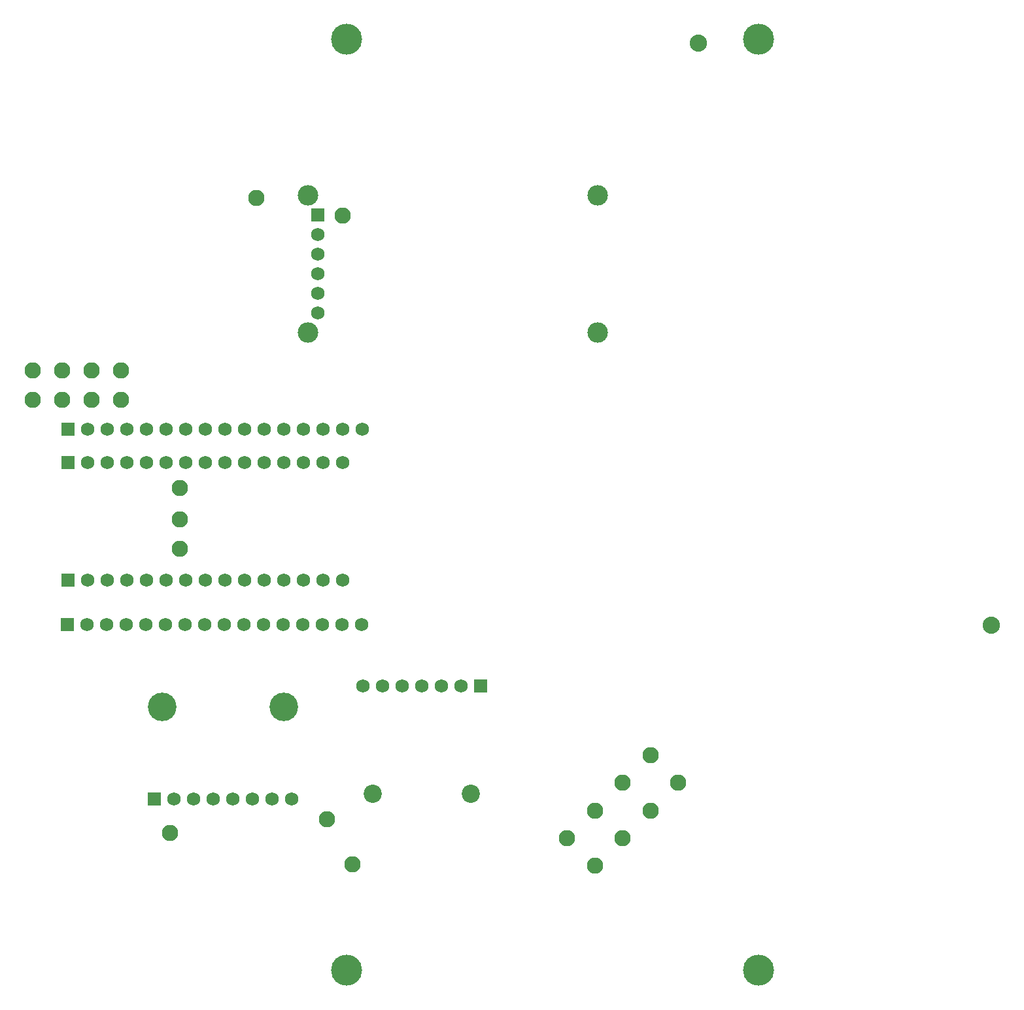
<source format=gbs>
G04*
G04 #@! TF.GenerationSoftware,Altium Limited,Altium Designer,20.1.14 (287)*
G04*
G04 Layer_Color=16711935*
%FSLAX24Y24*%
%MOIN*%
G70*
G04*
G04 #@! TF.SameCoordinates,B8CB9E98-002D-4190-A2A2-B4F4F07DE0F0*
G04*
G04*
G04 #@! TF.FilePolarity,Negative*
G04*
G01*
G75*
%ADD21R,0.0680X0.0680*%
%ADD22C,0.0680*%
%ADD23R,0.0680X0.0680*%
%ADD24R,0.0682X0.0682*%
%ADD25C,0.0682*%
%ADD26C,0.0930*%
%ADD27C,0.0830*%
%ADD28C,0.1045*%
%ADD29C,0.1580*%
%ADD30C,0.0880*%
%ADD31C,0.1458*%
D21*
X26850Y21000D02*
D03*
X18550Y45050D02*
D03*
D22*
X25850Y21000D02*
D03*
X24850D02*
D03*
X23850D02*
D03*
X22850D02*
D03*
X21850D02*
D03*
X20850D02*
D03*
X20760Y24140D02*
D03*
X19760D02*
D03*
X18760D02*
D03*
X17760D02*
D03*
X16760D02*
D03*
X15760D02*
D03*
X14760D02*
D03*
X13760D02*
D03*
X12760D02*
D03*
X11760D02*
D03*
X10760D02*
D03*
X9760D02*
D03*
X8760D02*
D03*
X7760D02*
D03*
X6760D02*
D03*
X20800Y34100D02*
D03*
X19800D02*
D03*
X18800D02*
D03*
X17800D02*
D03*
X16800D02*
D03*
X15800D02*
D03*
X14800D02*
D03*
X13800D02*
D03*
X12800D02*
D03*
X11800D02*
D03*
X10800D02*
D03*
X9800D02*
D03*
X8800D02*
D03*
X7800D02*
D03*
X6800D02*
D03*
X18550Y44050D02*
D03*
Y43050D02*
D03*
Y42050D02*
D03*
Y41050D02*
D03*
Y40050D02*
D03*
X11200Y15250D02*
D03*
X12200D02*
D03*
X13200D02*
D03*
X14200D02*
D03*
X15200D02*
D03*
X16200D02*
D03*
X17200D02*
D03*
D23*
X5760Y24140D02*
D03*
X5800Y34100D02*
D03*
X10200Y15250D02*
D03*
D24*
X5800Y32400D02*
D03*
Y26400D02*
D03*
D25*
X6800Y32400D02*
D03*
X7800D02*
D03*
X8800D02*
D03*
X9800D02*
D03*
X10800D02*
D03*
X11800D02*
D03*
X12800D02*
D03*
X13800D02*
D03*
X14800D02*
D03*
X15800D02*
D03*
X16800D02*
D03*
X17800D02*
D03*
X18800D02*
D03*
X19800D02*
D03*
X6800Y26400D02*
D03*
X7800D02*
D03*
X8800D02*
D03*
X9800D02*
D03*
X10800D02*
D03*
X11800D02*
D03*
X12800D02*
D03*
X13800D02*
D03*
X14800D02*
D03*
X15800D02*
D03*
X16800D02*
D03*
X17800D02*
D03*
X18800D02*
D03*
X19800D02*
D03*
D26*
X21350Y15500D02*
D03*
X26350D02*
D03*
D27*
X5500Y35600D02*
D03*
X8500D02*
D03*
X5500Y37100D02*
D03*
X8500D02*
D03*
X4000Y35600D02*
D03*
X7000D02*
D03*
X4000Y37100D02*
D03*
X7000D02*
D03*
X19000Y14200D02*
D03*
X20300Y11900D02*
D03*
X19800Y45000D02*
D03*
X15400Y45900D02*
D03*
X11000Y13500D02*
D03*
X11500Y29500D02*
D03*
Y28000D02*
D03*
Y31100D02*
D03*
X35493Y17493D02*
D03*
X34078Y16078D02*
D03*
Y13250D02*
D03*
X36907Y16078D02*
D03*
X35493Y14664D02*
D03*
X32664Y11836D02*
D03*
X31250Y13250D02*
D03*
X32664Y14664D02*
D03*
D28*
X18050Y39050D02*
D03*
Y46050D02*
D03*
X32814D02*
D03*
Y39050D02*
D03*
D29*
X20000Y6500D02*
D03*
X41000D02*
D03*
Y54000D02*
D03*
X20000D02*
D03*
D30*
X37934Y53813D02*
D03*
X52862Y24114D02*
D03*
D31*
X10600Y19950D02*
D03*
X16800D02*
D03*
M02*

</source>
